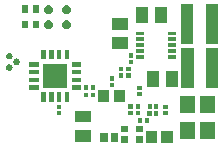
<source format=gbr>
G04 #@! TF.GenerationSoftware,KiCad,Pcbnew,(5.1.0)-1*
G04 #@! TF.CreationDate,2019-09-18T16:06:36-07:00*
G04 #@! TF.ProjectId,WireFreeV4_Release,57697265-4672-4656-9556-345f52656c65,rev?*
G04 #@! TF.SameCoordinates,Original*
G04 #@! TF.FileFunction,Soldermask,Bot*
G04 #@! TF.FilePolarity,Negative*
%FSLAX46Y46*%
G04 Gerber Fmt 4.6, Leading zero omitted, Abs format (unit mm)*
G04 Created by KiCad (PCBNEW (5.1.0)-1) date 2019-09-18 16:06:36*
%MOMM*%
%LPD*%
G04 APERTURE LIST*
%ADD10C,0.100000*%
G04 APERTURE END LIST*
D10*
G36*
X131724900Y-100533460D02*
G01*
X130784100Y-100533460D01*
X130784100Y-99562660D01*
X131724900Y-99562660D01*
X131724900Y-100533460D01*
X131724900Y-100533460D01*
G37*
G36*
X130394900Y-100533460D02*
G01*
X129454100Y-100533460D01*
X129454100Y-99562660D01*
X130394900Y-99562660D01*
X130394900Y-100533460D01*
X130394900Y-100533460D01*
G37*
G36*
X129233260Y-100531820D02*
G01*
X128622460Y-100531820D01*
X128622460Y-99991020D01*
X129233260Y-99991020D01*
X129233260Y-100531820D01*
X129233260Y-100531820D01*
G37*
G36*
X127963260Y-100526740D02*
G01*
X127352460Y-100526740D01*
X127352460Y-99985940D01*
X127963260Y-99985940D01*
X127963260Y-100526740D01*
X127963260Y-100526740D01*
G37*
G36*
X124832980Y-100423320D02*
G01*
X123462180Y-100423320D01*
X123462180Y-99442520D01*
X124832980Y-99442520D01*
X124832980Y-100423320D01*
X124832980Y-100423320D01*
G37*
G36*
X127117280Y-100418940D02*
G01*
X126486480Y-100418940D01*
X126486480Y-99738140D01*
X127117280Y-99738140D01*
X127117280Y-100418940D01*
X127117280Y-100418940D01*
G37*
G36*
X126227280Y-100418940D02*
G01*
X125596480Y-100418940D01*
X125596480Y-99738140D01*
X126227280Y-99738140D01*
X126227280Y-100418940D01*
X126227280Y-100418940D01*
G37*
G36*
X135317260Y-100217200D02*
G01*
X134066460Y-100217200D01*
X134066460Y-98766400D01*
X135317260Y-98766400D01*
X135317260Y-100217200D01*
X135317260Y-100217200D01*
G37*
G36*
X133617260Y-100217200D02*
G01*
X132366460Y-100217200D01*
X132366460Y-98766400D01*
X133617260Y-98766400D01*
X133617260Y-100217200D01*
X133617260Y-100217200D01*
G37*
G36*
X129233260Y-99621820D02*
G01*
X128622460Y-99621820D01*
X128622460Y-99081020D01*
X129233260Y-99081020D01*
X129233260Y-99621820D01*
X129233260Y-99621820D01*
G37*
G36*
X127963260Y-99616740D02*
G01*
X127352460Y-99616740D01*
X127352460Y-99075940D01*
X127963260Y-99075940D01*
X127963260Y-99616740D01*
X127963260Y-99616740D01*
G37*
G36*
X129163460Y-98828680D02*
G01*
X128802660Y-98828680D01*
X128802660Y-98437880D01*
X129163460Y-98437880D01*
X129163460Y-98828680D01*
X129163460Y-98828680D01*
G37*
G36*
X129713460Y-98828680D02*
G01*
X129352660Y-98828680D01*
X129352660Y-98437880D01*
X129713460Y-98437880D01*
X129713460Y-98828680D01*
X129713460Y-98828680D01*
G37*
G36*
X124832980Y-98783320D02*
G01*
X123462180Y-98783320D01*
X123462180Y-97802520D01*
X124832980Y-97802520D01*
X124832980Y-98783320D01*
X124832980Y-98783320D01*
G37*
G36*
X130505940Y-98239400D02*
G01*
X130145140Y-98239400D01*
X130145140Y-97848600D01*
X130505940Y-97848600D01*
X130505940Y-98239400D01*
X130505940Y-98239400D01*
G37*
G36*
X129955940Y-98239400D02*
G01*
X129595140Y-98239400D01*
X129595140Y-97848600D01*
X129955940Y-97848600D01*
X129955940Y-98239400D01*
X129955940Y-98239400D01*
G37*
G36*
X122305900Y-98212380D02*
G01*
X121915100Y-98212380D01*
X121915100Y-97851580D01*
X122305900Y-97851580D01*
X122305900Y-98212380D01*
X122305900Y-98212380D01*
G37*
G36*
X131297500Y-98193920D02*
G01*
X130906700Y-98193920D01*
X130906700Y-97833120D01*
X131297500Y-97833120D01*
X131297500Y-98193920D01*
X131297500Y-98193920D01*
G37*
G36*
X128343480Y-98192060D02*
G01*
X127952680Y-98192060D01*
X127952680Y-97831260D01*
X128343480Y-97831260D01*
X128343480Y-98192060D01*
X128343480Y-98192060D01*
G37*
G36*
X128978480Y-98192060D02*
G01*
X128587680Y-98192060D01*
X128587680Y-97831260D01*
X128978480Y-97831260D01*
X128978480Y-98192060D01*
X128978480Y-98192060D01*
G37*
G36*
X135317260Y-98017200D02*
G01*
X134066460Y-98017200D01*
X134066460Y-96566400D01*
X135317260Y-96566400D01*
X135317260Y-98017200D01*
X135317260Y-98017200D01*
G37*
G36*
X133617260Y-98017200D02*
G01*
X132366460Y-98017200D01*
X132366460Y-96566400D01*
X133617260Y-96566400D01*
X133617260Y-98017200D01*
X133617260Y-98017200D01*
G37*
G36*
X122305900Y-97662380D02*
G01*
X121915100Y-97662380D01*
X121915100Y-97301580D01*
X122305900Y-97301580D01*
X122305900Y-97662380D01*
X122305900Y-97662380D01*
G37*
G36*
X131297500Y-97643920D02*
G01*
X130906700Y-97643920D01*
X130906700Y-97283120D01*
X131297500Y-97283120D01*
X131297500Y-97643920D01*
X131297500Y-97643920D01*
G37*
G36*
X128978480Y-97642060D02*
G01*
X128587680Y-97642060D01*
X128587680Y-97281260D01*
X128978480Y-97281260D01*
X128978480Y-97642060D01*
X128978480Y-97642060D01*
G37*
G36*
X128343480Y-97642060D02*
G01*
X127952680Y-97642060D01*
X127952680Y-97281260D01*
X128343480Y-97281260D01*
X128343480Y-97642060D01*
X128343480Y-97642060D01*
G37*
G36*
X130511700Y-97624720D02*
G01*
X130150900Y-97624720D01*
X130150900Y-97233920D01*
X130511700Y-97233920D01*
X130511700Y-97624720D01*
X130511700Y-97624720D01*
G37*
G36*
X129961700Y-97624720D02*
G01*
X129600900Y-97624720D01*
X129600900Y-97233920D01*
X129961700Y-97233920D01*
X129961700Y-97624720D01*
X129961700Y-97624720D01*
G37*
G36*
X126345180Y-97066360D02*
G01*
X125404380Y-97066360D01*
X125404380Y-96095560D01*
X126345180Y-96095560D01*
X126345180Y-97066360D01*
X126345180Y-97066360D01*
G37*
G36*
X127675180Y-97066360D02*
G01*
X126734380Y-97066360D01*
X126734380Y-96095560D01*
X127675180Y-96095560D01*
X127675180Y-97066360D01*
X127675180Y-97066360D01*
G37*
G36*
X122945780Y-97051780D02*
G01*
X122574980Y-97051780D01*
X122574980Y-96260980D01*
X122945780Y-96260980D01*
X122945780Y-97051780D01*
X122945780Y-97051780D01*
G37*
G36*
X122295780Y-97051780D02*
G01*
X121924980Y-97051780D01*
X121924980Y-96260980D01*
X122295780Y-96260980D01*
X122295780Y-97051780D01*
X122295780Y-97051780D01*
G37*
G36*
X121645780Y-97051780D02*
G01*
X121274980Y-97051780D01*
X121274980Y-96260980D01*
X121645780Y-96260980D01*
X121645780Y-97051780D01*
X121645780Y-97051780D01*
G37*
G36*
X120995780Y-97051780D02*
G01*
X120624980Y-97051780D01*
X120624980Y-96260980D01*
X120995780Y-96260980D01*
X120995780Y-97051780D01*
X120995780Y-97051780D01*
G37*
G36*
X125138920Y-96662060D02*
G01*
X124778120Y-96662060D01*
X124778120Y-96271260D01*
X125138920Y-96271260D01*
X125138920Y-96662060D01*
X125138920Y-96662060D01*
G37*
G36*
X124588920Y-96662060D02*
G01*
X124228120Y-96662060D01*
X124228120Y-96271260D01*
X124588920Y-96271260D01*
X124588920Y-96662060D01*
X124588920Y-96662060D01*
G37*
G36*
X129135960Y-96605240D02*
G01*
X128745160Y-96605240D01*
X128745160Y-96244440D01*
X129135960Y-96244440D01*
X129135960Y-96605240D01*
X129135960Y-96605240D01*
G37*
G36*
X129135960Y-96055240D02*
G01*
X128745160Y-96055240D01*
X128745160Y-95694440D01*
X129135960Y-95694440D01*
X129135960Y-96055240D01*
X129135960Y-96055240D01*
G37*
G36*
X124587060Y-96032140D02*
G01*
X124226260Y-96032140D01*
X124226260Y-95641340D01*
X124587060Y-95641340D01*
X124587060Y-96032140D01*
X124587060Y-96032140D01*
G37*
G36*
X125137060Y-96032140D02*
G01*
X124776260Y-96032140D01*
X124776260Y-95641340D01*
X125137060Y-95641340D01*
X125137060Y-96032140D01*
X125137060Y-96032140D01*
G37*
G36*
X123975780Y-96021780D02*
G01*
X123184980Y-96021780D01*
X123184980Y-95650980D01*
X123975780Y-95650980D01*
X123975780Y-96021780D01*
X123975780Y-96021780D01*
G37*
G36*
X120385780Y-96021780D02*
G01*
X119594980Y-96021780D01*
X119594980Y-95650980D01*
X120385780Y-95650980D01*
X120385780Y-96021780D01*
X120385780Y-96021780D01*
G37*
G36*
X135602020Y-95926380D02*
G01*
X134551220Y-95926380D01*
X134551220Y-92475580D01*
X135602020Y-92475580D01*
X135602020Y-95926380D01*
X135602020Y-95926380D01*
G37*
G36*
X133502020Y-95926380D02*
G01*
X132451220Y-95926380D01*
X132451220Y-92475580D01*
X133502020Y-92475580D01*
X133502020Y-95926380D01*
X133502020Y-95926380D01*
G37*
G36*
X122810780Y-95886780D02*
G01*
X120759980Y-95886780D01*
X120759980Y-93835980D01*
X122810780Y-93835980D01*
X122810780Y-95886780D01*
X122810780Y-95886780D01*
G37*
G36*
X126796620Y-95804460D02*
G01*
X126405820Y-95804460D01*
X126405820Y-95443660D01*
X126796620Y-95443660D01*
X126796620Y-95804460D01*
X126796620Y-95804460D01*
G37*
G36*
X132171620Y-95777920D02*
G01*
X131190820Y-95777920D01*
X131190820Y-94407120D01*
X132171620Y-94407120D01*
X132171620Y-95777920D01*
X132171620Y-95777920D01*
G37*
G36*
X130531620Y-95777920D02*
G01*
X129550820Y-95777920D01*
X129550820Y-94407120D01*
X130531620Y-94407120D01*
X130531620Y-95777920D01*
X130531620Y-95777920D01*
G37*
G36*
X123975780Y-95371780D02*
G01*
X123184980Y-95371780D01*
X123184980Y-95000980D01*
X123975780Y-95000980D01*
X123975780Y-95371780D01*
X123975780Y-95371780D01*
G37*
G36*
X120385780Y-95371780D02*
G01*
X119594980Y-95371780D01*
X119594980Y-95000980D01*
X120385780Y-95000980D01*
X120385780Y-95371780D01*
X120385780Y-95371780D01*
G37*
G36*
X126796620Y-95254460D02*
G01*
X126405820Y-95254460D01*
X126405820Y-94893660D01*
X126796620Y-94893660D01*
X126796620Y-95254460D01*
X126796620Y-95254460D01*
G37*
G36*
X127551000Y-95006900D02*
G01*
X127160200Y-95006900D01*
X127160200Y-94646100D01*
X127551000Y-94646100D01*
X127551000Y-95006900D01*
X127551000Y-95006900D01*
G37*
G36*
X128168220Y-95006900D02*
G01*
X127777420Y-95006900D01*
X127777420Y-94646100D01*
X128168220Y-94646100D01*
X128168220Y-95006900D01*
X128168220Y-95006900D01*
G37*
G36*
X120385780Y-94721780D02*
G01*
X119594980Y-94721780D01*
X119594980Y-94350980D01*
X120385780Y-94350980D01*
X120385780Y-94721780D01*
X120385780Y-94721780D01*
G37*
G36*
X123975780Y-94721780D02*
G01*
X123184980Y-94721780D01*
X123184980Y-94350980D01*
X123975780Y-94350980D01*
X123975780Y-94721780D01*
X123975780Y-94721780D01*
G37*
G36*
X127551000Y-94456900D02*
G01*
X127160200Y-94456900D01*
X127160200Y-94096100D01*
X127551000Y-94096100D01*
X127551000Y-94456900D01*
X127551000Y-94456900D01*
G37*
G36*
X128168220Y-94456900D02*
G01*
X127777420Y-94456900D01*
X127777420Y-94096100D01*
X128168220Y-94096100D01*
X128168220Y-94456900D01*
X128168220Y-94456900D01*
G37*
G36*
X117975599Y-93878976D02*
G01*
X118026446Y-93900037D01*
X118072209Y-93930615D01*
X118111124Y-93969530D01*
X118141702Y-94015293D01*
X118162763Y-94066140D01*
X118173500Y-94120120D01*
X118173500Y-94175158D01*
X118162763Y-94229138D01*
X118141702Y-94279985D01*
X118111124Y-94325748D01*
X118072209Y-94364663D01*
X118026446Y-94395241D01*
X117975599Y-94416302D01*
X117921619Y-94427039D01*
X117866581Y-94427039D01*
X117812601Y-94416302D01*
X117761754Y-94395241D01*
X117715991Y-94364663D01*
X117677076Y-94325748D01*
X117646498Y-94279985D01*
X117625437Y-94229138D01*
X117614700Y-94175158D01*
X117614700Y-94120120D01*
X117625437Y-94066140D01*
X117646498Y-94015293D01*
X117677076Y-93969530D01*
X117715991Y-93930615D01*
X117761754Y-93900037D01*
X117812601Y-93878976D01*
X117866581Y-93868239D01*
X117921619Y-93868239D01*
X117975599Y-93878976D01*
X117975599Y-93878976D01*
G37*
G36*
X120385780Y-94071780D02*
G01*
X119594980Y-94071780D01*
X119594980Y-93700980D01*
X120385780Y-93700980D01*
X120385780Y-94071780D01*
X120385780Y-94071780D01*
G37*
G36*
X123975780Y-94071780D02*
G01*
X123184980Y-94071780D01*
X123184980Y-93700980D01*
X123975780Y-93700980D01*
X123975780Y-94071780D01*
X123975780Y-94071780D01*
G37*
G36*
X118585199Y-93396376D02*
G01*
X118636046Y-93417437D01*
X118681809Y-93448015D01*
X118720724Y-93486930D01*
X118751302Y-93532693D01*
X118772363Y-93583540D01*
X118783100Y-93637520D01*
X118783100Y-93692558D01*
X118772363Y-93746538D01*
X118751302Y-93797385D01*
X118720724Y-93843148D01*
X118681809Y-93882063D01*
X118636046Y-93912641D01*
X118585199Y-93933702D01*
X118531219Y-93944439D01*
X118476181Y-93944439D01*
X118422201Y-93933702D01*
X118371354Y-93912641D01*
X118325591Y-93882063D01*
X118286676Y-93843148D01*
X118256098Y-93797385D01*
X118235037Y-93746538D01*
X118224300Y-93692558D01*
X118224300Y-93637520D01*
X118235037Y-93583540D01*
X118256098Y-93532693D01*
X118286676Y-93486930D01*
X118325591Y-93448015D01*
X118371354Y-93417437D01*
X118422201Y-93396376D01*
X118476181Y-93385639D01*
X118531219Y-93385639D01*
X118585199Y-93396376D01*
X118585199Y-93396376D01*
G37*
G36*
X128409520Y-93856960D02*
G01*
X128018720Y-93856960D01*
X128018720Y-93496160D01*
X128409520Y-93496160D01*
X128409520Y-93856960D01*
X128409520Y-93856960D01*
G37*
G36*
X117975599Y-92913777D02*
G01*
X118026446Y-92934838D01*
X118072209Y-92965416D01*
X118111124Y-93004331D01*
X118141702Y-93050094D01*
X118162763Y-93100941D01*
X118173500Y-93154921D01*
X118173500Y-93209959D01*
X118162763Y-93263939D01*
X118141702Y-93314786D01*
X118111124Y-93360549D01*
X118072209Y-93399464D01*
X118026446Y-93430042D01*
X117975599Y-93451103D01*
X117921619Y-93461840D01*
X117866581Y-93461840D01*
X117812601Y-93451103D01*
X117761754Y-93430042D01*
X117715991Y-93399464D01*
X117677076Y-93360549D01*
X117646498Y-93314786D01*
X117625437Y-93263939D01*
X117614700Y-93209959D01*
X117614700Y-93154921D01*
X117625437Y-93100941D01*
X117646498Y-93050094D01*
X117677076Y-93004331D01*
X117715991Y-92965416D01*
X117761754Y-92934838D01*
X117812601Y-92913777D01*
X117866581Y-92903040D01*
X117921619Y-92903040D01*
X117975599Y-92913777D01*
X117975599Y-92913777D01*
G37*
G36*
X121645780Y-93461780D02*
G01*
X121274980Y-93461780D01*
X121274980Y-92670980D01*
X121645780Y-92670980D01*
X121645780Y-93461780D01*
X121645780Y-93461780D01*
G37*
G36*
X120995780Y-93461780D02*
G01*
X120624980Y-93461780D01*
X120624980Y-92670980D01*
X120995780Y-92670980D01*
X120995780Y-93461780D01*
X120995780Y-93461780D01*
G37*
G36*
X122295780Y-93461780D02*
G01*
X121924980Y-93461780D01*
X121924980Y-92670980D01*
X122295780Y-92670980D01*
X122295780Y-93461780D01*
X122295780Y-93461780D01*
G37*
G36*
X122945780Y-93461780D02*
G01*
X122574980Y-93461780D01*
X122574980Y-92670980D01*
X122945780Y-92670980D01*
X122945780Y-93461780D01*
X122945780Y-93461780D01*
G37*
G36*
X129345260Y-93413280D02*
G01*
X128634460Y-93413280D01*
X128634460Y-93102480D01*
X129345260Y-93102480D01*
X129345260Y-93413280D01*
X129345260Y-93413280D01*
G37*
G36*
X132015260Y-93413280D02*
G01*
X131304460Y-93413280D01*
X131304460Y-93102480D01*
X132015260Y-93102480D01*
X132015260Y-93413280D01*
X132015260Y-93413280D01*
G37*
G36*
X128409520Y-93306960D02*
G01*
X128018720Y-93306960D01*
X128018720Y-92946160D01*
X128409520Y-92946160D01*
X128409520Y-93306960D01*
X128409520Y-93306960D01*
G37*
G36*
X132015260Y-92913280D02*
G01*
X131304460Y-92913280D01*
X131304460Y-92602480D01*
X132015260Y-92602480D01*
X132015260Y-92913280D01*
X132015260Y-92913280D01*
G37*
G36*
X129345260Y-92913280D02*
G01*
X128634460Y-92913280D01*
X128634460Y-92602480D01*
X129345260Y-92602480D01*
X129345260Y-92913280D01*
X129345260Y-92913280D01*
G37*
G36*
X127947020Y-92578100D02*
G01*
X126576220Y-92578100D01*
X126576220Y-91597300D01*
X127947020Y-91597300D01*
X127947020Y-92578100D01*
X127947020Y-92578100D01*
G37*
G36*
X132015260Y-92413280D02*
G01*
X131304460Y-92413280D01*
X131304460Y-92102480D01*
X132015260Y-92102480D01*
X132015260Y-92413280D01*
X132015260Y-92413280D01*
G37*
G36*
X129345260Y-92413280D02*
G01*
X128634460Y-92413280D01*
X128634460Y-92102480D01*
X129345260Y-92102480D01*
X129345260Y-92413280D01*
X129345260Y-92413280D01*
G37*
G36*
X133489320Y-92200200D02*
G01*
X132438520Y-92200200D01*
X132438520Y-88749400D01*
X133489320Y-88749400D01*
X133489320Y-92200200D01*
X133489320Y-92200200D01*
G37*
G36*
X135589320Y-92200200D02*
G01*
X134538520Y-92200200D01*
X134538520Y-88749400D01*
X135589320Y-88749400D01*
X135589320Y-92200200D01*
X135589320Y-92200200D01*
G37*
G36*
X129345260Y-91913280D02*
G01*
X128634460Y-91913280D01*
X128634460Y-91602480D01*
X129345260Y-91602480D01*
X129345260Y-91913280D01*
X129345260Y-91913280D01*
G37*
G36*
X132015260Y-91913280D02*
G01*
X131304460Y-91913280D01*
X131304460Y-91602480D01*
X132015260Y-91602480D01*
X132015260Y-91913280D01*
X132015260Y-91913280D01*
G37*
G36*
X129345260Y-91413280D02*
G01*
X128634460Y-91413280D01*
X128634460Y-91102480D01*
X129345260Y-91102480D01*
X129345260Y-91413280D01*
X129345260Y-91413280D01*
G37*
G36*
X132015260Y-91413280D02*
G01*
X131304460Y-91413280D01*
X131304460Y-91102480D01*
X132015260Y-91102480D01*
X132015260Y-91413280D01*
X132015260Y-91413280D01*
G37*
G36*
X127947020Y-90938100D02*
G01*
X126576220Y-90938100D01*
X126576220Y-89957300D01*
X127947020Y-89957300D01*
X127947020Y-90938100D01*
X127947020Y-90938100D01*
G37*
G36*
X121282649Y-90134689D02*
G01*
X121331002Y-90144307D01*
X121399319Y-90172605D01*
X121460805Y-90213689D01*
X121513091Y-90265975D01*
X121554175Y-90327461D01*
X121582473Y-90395778D01*
X121596900Y-90468307D01*
X121596900Y-90542253D01*
X121582473Y-90614782D01*
X121554175Y-90683099D01*
X121513091Y-90744585D01*
X121460805Y-90796871D01*
X121399319Y-90837955D01*
X121331002Y-90866253D01*
X121282649Y-90875871D01*
X121258474Y-90880680D01*
X121184526Y-90880680D01*
X121160351Y-90875871D01*
X121111998Y-90866253D01*
X121043681Y-90837955D01*
X120982195Y-90796871D01*
X120929909Y-90744585D01*
X120888825Y-90683099D01*
X120860527Y-90614782D01*
X120846100Y-90542253D01*
X120846100Y-90468307D01*
X120860527Y-90395778D01*
X120888825Y-90327461D01*
X120929909Y-90265975D01*
X120982195Y-90213689D01*
X121043681Y-90172605D01*
X121111998Y-90144307D01*
X121160351Y-90134689D01*
X121184526Y-90129880D01*
X121258474Y-90129880D01*
X121282649Y-90134689D01*
X121282649Y-90134689D01*
G37*
G36*
X122806649Y-90134689D02*
G01*
X122855002Y-90144307D01*
X122923319Y-90172605D01*
X122984805Y-90213689D01*
X123037091Y-90265975D01*
X123078175Y-90327461D01*
X123106473Y-90395778D01*
X123120900Y-90468307D01*
X123120900Y-90542253D01*
X123106473Y-90614782D01*
X123078175Y-90683099D01*
X123037091Y-90744585D01*
X122984805Y-90796871D01*
X122923319Y-90837955D01*
X122855002Y-90866253D01*
X122806649Y-90875871D01*
X122782474Y-90880680D01*
X122708526Y-90880680D01*
X122684351Y-90875871D01*
X122635998Y-90866253D01*
X122567681Y-90837955D01*
X122506195Y-90796871D01*
X122453909Y-90744585D01*
X122412825Y-90683099D01*
X122384527Y-90614782D01*
X122370100Y-90542253D01*
X122370100Y-90468307D01*
X122384527Y-90395778D01*
X122412825Y-90327461D01*
X122453909Y-90265975D01*
X122506195Y-90213689D01*
X122567681Y-90172605D01*
X122635998Y-90144307D01*
X122684351Y-90134689D01*
X122708526Y-90129880D01*
X122782474Y-90129880D01*
X122806649Y-90134689D01*
X122806649Y-90134689D01*
G37*
G36*
X119504940Y-90818300D02*
G01*
X118964140Y-90818300D01*
X118964140Y-90207500D01*
X119504940Y-90207500D01*
X119504940Y-90818300D01*
X119504940Y-90818300D01*
G37*
G36*
X120414940Y-90818300D02*
G01*
X119874140Y-90818300D01*
X119874140Y-90207500D01*
X120414940Y-90207500D01*
X120414940Y-90818300D01*
X120414940Y-90818300D01*
G37*
G36*
X131244100Y-90415980D02*
G01*
X130263300Y-90415980D01*
X130263300Y-89045180D01*
X131244100Y-89045180D01*
X131244100Y-90415980D01*
X131244100Y-90415980D01*
G37*
G36*
X129604100Y-90415980D02*
G01*
X128623300Y-90415980D01*
X128623300Y-89045180D01*
X129604100Y-89045180D01*
X129604100Y-90415980D01*
X129604100Y-90415980D01*
G37*
G36*
X121282649Y-88864689D02*
G01*
X121331002Y-88874307D01*
X121399319Y-88902605D01*
X121460805Y-88943689D01*
X121513091Y-88995975D01*
X121554175Y-89057461D01*
X121582473Y-89125778D01*
X121596900Y-89198307D01*
X121596900Y-89272253D01*
X121582473Y-89344782D01*
X121554175Y-89413099D01*
X121513091Y-89474585D01*
X121460805Y-89526871D01*
X121399319Y-89567955D01*
X121331002Y-89596253D01*
X121282649Y-89605871D01*
X121258474Y-89610680D01*
X121184526Y-89610680D01*
X121160351Y-89605871D01*
X121111998Y-89596253D01*
X121043681Y-89567955D01*
X120982195Y-89526871D01*
X120929909Y-89474585D01*
X120888825Y-89413099D01*
X120860527Y-89344782D01*
X120846100Y-89272253D01*
X120846100Y-89198307D01*
X120860527Y-89125778D01*
X120888825Y-89057461D01*
X120929909Y-88995975D01*
X120982195Y-88943689D01*
X121043681Y-88902605D01*
X121111998Y-88874307D01*
X121160351Y-88864689D01*
X121184526Y-88859880D01*
X121258474Y-88859880D01*
X121282649Y-88864689D01*
X121282649Y-88864689D01*
G37*
G36*
X122806649Y-88864689D02*
G01*
X122855002Y-88874307D01*
X122923319Y-88902605D01*
X122984805Y-88943689D01*
X123037091Y-88995975D01*
X123078175Y-89057461D01*
X123106473Y-89125778D01*
X123120900Y-89198307D01*
X123120900Y-89272253D01*
X123106473Y-89344782D01*
X123078175Y-89413099D01*
X123037091Y-89474585D01*
X122984805Y-89526871D01*
X122923319Y-89567955D01*
X122855002Y-89596253D01*
X122806649Y-89605871D01*
X122782474Y-89610680D01*
X122708526Y-89610680D01*
X122684351Y-89605871D01*
X122635998Y-89596253D01*
X122567681Y-89567955D01*
X122506195Y-89526871D01*
X122453909Y-89474585D01*
X122412825Y-89413099D01*
X122384527Y-89344782D01*
X122370100Y-89272253D01*
X122370100Y-89198307D01*
X122384527Y-89125778D01*
X122412825Y-89057461D01*
X122453909Y-88995975D01*
X122506195Y-88943689D01*
X122567681Y-88902605D01*
X122635998Y-88874307D01*
X122684351Y-88864689D01*
X122708526Y-88859880D01*
X122782474Y-88859880D01*
X122806649Y-88864689D01*
X122806649Y-88864689D01*
G37*
G36*
X119505620Y-89497500D02*
G01*
X118964820Y-89497500D01*
X118964820Y-88886700D01*
X119505620Y-88886700D01*
X119505620Y-89497500D01*
X119505620Y-89497500D01*
G37*
G36*
X120415620Y-89497500D02*
G01*
X119874820Y-89497500D01*
X119874820Y-88886700D01*
X120415620Y-88886700D01*
X120415620Y-89497500D01*
X120415620Y-89497500D01*
G37*
M02*

</source>
